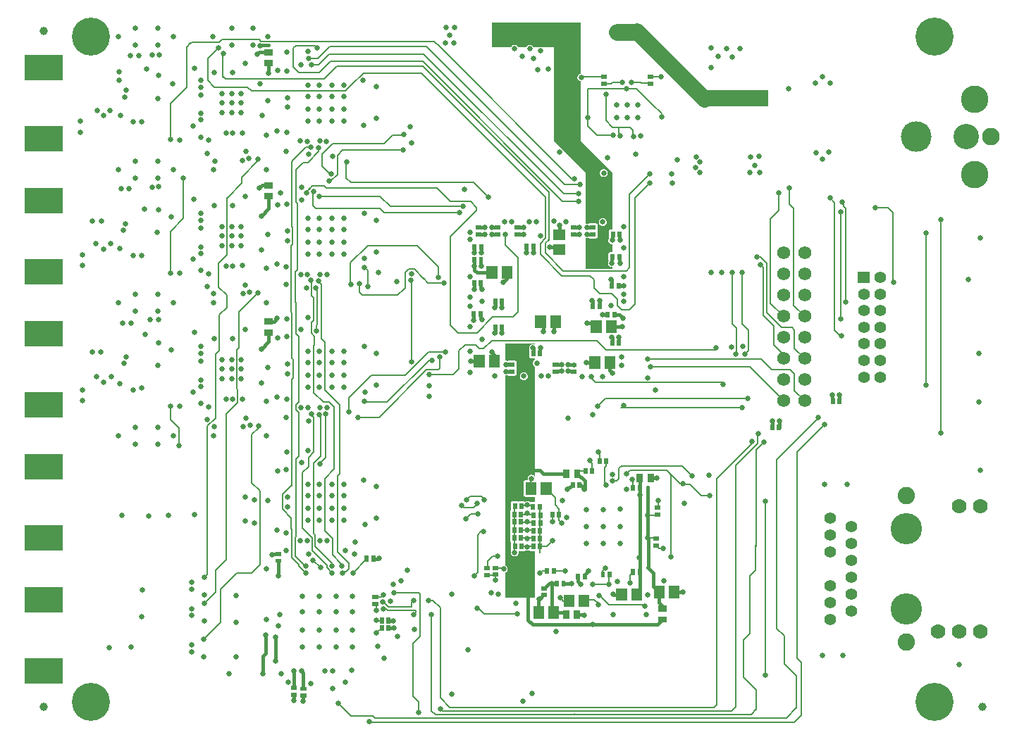
<source format=gbr>
G04 start of page 3 for group 1 idx 3 *
G04 Title: GNSS Firehose, solder *
G04 Creator: pcb 20140316 *
G04 CreationDate: Thu 09 Apr 2015 09:35:00 PM GMT UTC *
G04 For: pmonta *
G04 Format: Gerber/RS-274X *
G04 PCB-Dimensions (mil): 4640.00 3900.00 *
G04 PCB-Coordinate-Origin: lower left *
%MOIN*%
%FSLAX25Y25*%
%LNBOTTOM*%
%ADD90C,0.1280*%
%ADD89C,0.0350*%
%ADD88C,0.0500*%
%ADD87C,0.1250*%
%ADD86C,0.1000*%
%ADD85C,0.1100*%
%ADD84C,0.0354*%
%ADD83C,0.0960*%
%ADD82C,0.0420*%
%ADD81C,0.0150*%
%ADD80C,0.0250*%
%ADD79R,0.0512X0.0512*%
%ADD78R,0.0295X0.0295*%
%ADD77R,0.0197X0.0197*%
%ADD76C,0.0394*%
%ADD75R,0.1200X0.1200*%
%ADD74C,0.1480*%
%ADD73C,0.0820*%
%ADD72C,0.0550*%
%ADD71C,0.0700*%
%ADD70C,0.1450*%
%ADD69C,0.1200*%
%ADD68C,0.0830*%
%ADD67C,0.1300*%
%ADD66C,0.0554*%
%ADD65C,0.1800*%
%ADD64C,0.0620*%
%ADD63C,0.0800*%
%ADD62C,0.0180*%
%ADD61C,0.0060*%
%ADD60C,0.0001*%
G54D60*G36*
X231190Y113043D02*X231122Y112932D01*
X231062Y112787D01*
X231025Y112634D01*
X231016Y112477D01*
X231025Y109566D01*
X231062Y109413D01*
X231122Y109268D01*
X231204Y109133D01*
X231246Y109084D01*
X231221Y109042D01*
X231109Y108773D01*
X231041Y108490D01*
X231018Y108200D01*
X231041Y107910D01*
X231109Y107627D01*
X231221Y107358D01*
X231373Y107109D01*
X231562Y106888D01*
X231783Y106699D01*
X232032Y106547D01*
X232301Y106435D01*
X232584Y106367D01*
X232874Y106344D01*
X233164Y106367D01*
X233447Y106435D01*
X233716Y106547D01*
X233965Y106699D01*
X234186Y106888D01*
X234375Y107109D01*
X234527Y107358D01*
X234639Y107627D01*
X234707Y107910D01*
X234724Y108200D01*
X234707Y108490D01*
X234639Y108773D01*
X234584Y108905D01*
X234709Y108829D01*
X234854Y108769D01*
X235007Y108732D01*
X235164Y108723D01*
X237289Y108732D01*
X237442Y108769D01*
X237587Y108829D01*
X237722Y108911D01*
X237841Y109014D01*
X237944Y109133D01*
X237981Y109195D01*
X238127Y109135D01*
X238410Y109067D01*
X238700Y109044D01*
X238990Y109067D01*
X239273Y109135D01*
X239542Y109247D01*
X239773Y109388D01*
X239822Y109268D01*
X239904Y109133D01*
X240007Y109014D01*
X240126Y108911D01*
X240261Y108829D01*
X240406Y108769D01*
X240559Y108732D01*
X240716Y108723D01*
X242500Y108731D01*
Y86700D01*
X228400D01*
Y98688D01*
X228542Y98747D01*
X228791Y98899D01*
X229012Y99088D01*
X229201Y99309D01*
X229353Y99558D01*
X229465Y99827D01*
X229533Y100110D01*
X229550Y100400D01*
X229533Y100690D01*
X229465Y100973D01*
X229353Y101242D01*
X229201Y101491D01*
X229012Y101712D01*
X228791Y101901D01*
X228542Y102053D01*
X228400Y102112D01*
Y162900D01*
X242500D01*
Y144130D01*
X242401Y144291D01*
X242212Y144512D01*
X241991Y144701D01*
X241742Y144853D01*
X241473Y144965D01*
X241190Y145033D01*
X240900Y145056D01*
X240610Y145033D01*
X240327Y144965D01*
X240058Y144853D01*
X239809Y144701D01*
X239588Y144512D01*
X239399Y144291D01*
X239247Y144042D01*
X239135Y143773D01*
X239067Y143490D01*
X239044Y143200D01*
X239067Y142910D01*
X239135Y142627D01*
X239210Y142445D01*
X237941Y142443D01*
X237788Y142406D01*
X237643Y142346D01*
X237508Y142264D01*
X237389Y142161D01*
X237286Y142042D01*
X237204Y141907D01*
X237144Y141762D01*
X237107Y141609D01*
X237098Y141452D01*
X237107Y135391D01*
X237144Y135238D01*
X237204Y135093D01*
X237286Y134958D01*
X237389Y134839D01*
X237508Y134736D01*
X237643Y134654D01*
X237788Y134594D01*
X237941Y134557D01*
X238098Y134548D01*
X242500Y134556D01*
Y132277D01*
X240459Y132268D01*
X240306Y132231D01*
X240161Y132171D01*
X240151Y132165D01*
X239991Y132301D01*
X239742Y132453D01*
X239473Y132565D01*
X239190Y132633D01*
X238900Y132656D01*
X238610Y132633D01*
X238327Y132565D01*
X238058Y132453D01*
X237809Y132301D01*
X237771Y132269D01*
X237748Y132289D01*
X237613Y132371D01*
X237468Y132431D01*
X237315Y132468D01*
X237158Y132477D01*
X235033Y132468D01*
X234880Y132431D01*
X234735Y132371D01*
X234600Y132289D01*
X234600Y132288D01*
X234600Y132289D01*
X234465Y132371D01*
X234320Y132431D01*
X234167Y132468D01*
X234010Y132477D01*
X231885Y132468D01*
X231732Y132431D01*
X231587Y132371D01*
X231452Y132289D01*
X231333Y132186D01*
X231230Y132067D01*
X231148Y131932D01*
X231088Y131787D01*
X231051Y131634D01*
X231042Y131477D01*
X231051Y128566D01*
X231088Y128413D01*
X231106Y128371D01*
X231007Y128286D01*
X230904Y128167D01*
X230822Y128032D01*
X230762Y127887D01*
X230725Y127734D01*
X230716Y127577D01*
X230725Y124666D01*
X230762Y124513D01*
X230767Y124500D01*
X230762Y124487D01*
X230725Y124334D01*
X230716Y124177D01*
X230725Y121266D01*
X230762Y121113D01*
X230822Y120968D01*
X230904Y120833D01*
X230933Y120800D01*
X230904Y120767D01*
X230822Y120632D01*
X230762Y120487D01*
X230725Y120334D01*
X230716Y120177D01*
X230725Y117266D01*
X230762Y117113D01*
X230822Y116968D01*
X230866Y116896D01*
X230862Y116887D01*
X230825Y116734D01*
X230816Y116577D01*
X230825Y113666D01*
X230862Y113513D01*
X230922Y113368D01*
X231004Y113233D01*
X231107Y113114D01*
X231190Y113043D01*
G37*
G36*
X237197Y207200D02*X242500D01*
Y206718D01*
X242442Y206753D01*
X242173Y206865D01*
X241890Y206933D01*
X241600Y206956D01*
X241310Y206933D01*
X241027Y206865D01*
X240758Y206753D01*
X240509Y206601D01*
X240288Y206412D01*
X240099Y206191D01*
X239947Y205942D01*
X239835Y205673D01*
X239767Y205390D01*
X239744Y205100D01*
X239767Y204810D01*
X239835Y204527D01*
X239934Y204288D01*
X239900Y204232D01*
X239840Y204087D01*
X239803Y203934D01*
X239794Y203777D01*
X239803Y200866D01*
X239840Y200713D01*
X239900Y200568D01*
X239982Y200433D01*
X240085Y200314D01*
X240204Y200211D01*
X240339Y200129D01*
X240484Y200069D01*
X240637Y200032D01*
X240794Y200023D01*
X242500Y200030D01*
Y199571D01*
X242458Y199553D01*
X242209Y199401D01*
X241988Y199212D01*
X241799Y198991D01*
X241647Y198742D01*
X241535Y198473D01*
X241467Y198190D01*
X241444Y197900D01*
X241467Y197610D01*
X241535Y197327D01*
X241647Y197058D01*
X241799Y196809D01*
X241988Y196588D01*
X242209Y196399D01*
X242458Y196247D01*
X242500Y196229D01*
Y162400D01*
X237197D01*
Y189845D01*
X237200Y189844D01*
X237490Y189867D01*
X237773Y189935D01*
X238042Y190047D01*
X238291Y190199D01*
X238512Y190388D01*
X238701Y190609D01*
X238853Y190858D01*
X238965Y191127D01*
X239033Y191410D01*
X239050Y191700D01*
X239033Y191990D01*
X238965Y192273D01*
X238853Y192542D01*
X238701Y192791D01*
X238512Y193012D01*
X238291Y193201D01*
X238042Y193353D01*
X237773Y193465D01*
X237490Y193533D01*
X237200Y193556D01*
X237197Y193555D01*
Y207200D01*
G37*
G36*
X229478Y192178D02*X229533Y192130D01*
X229668Y192048D01*
X229813Y191988D01*
X229966Y191951D01*
X230123Y191942D01*
X233034Y191951D01*
X233187Y191988D01*
X233332Y192048D01*
X233467Y192130D01*
X233586Y192233D01*
X233689Y192352D01*
X233771Y192487D01*
X233831Y192632D01*
X233868Y192785D01*
X233877Y192942D01*
X233868Y195067D01*
X233831Y195220D01*
X233771Y195365D01*
X233689Y195500D01*
X233688Y195500D01*
X233689Y195500D01*
X233771Y195635D01*
X233831Y195780D01*
X233868Y195933D01*
X233877Y196090D01*
X233868Y198215D01*
X233831Y198368D01*
X233771Y198513D01*
X233689Y198648D01*
X233586Y198767D01*
X233467Y198870D01*
X233332Y198952D01*
X233187Y199012D01*
X233034Y199049D01*
X232877Y199058D01*
X229966Y199049D01*
X229813Y199012D01*
X229668Y198952D01*
X229562Y198887D01*
X229373Y198965D01*
X229090Y199033D01*
X228800Y199056D01*
X228510Y199033D01*
X228400Y199007D01*
Y207200D01*
X237197D01*
Y193555D01*
X236910Y193533D01*
X236627Y193465D01*
X236358Y193353D01*
X236109Y193201D01*
X235888Y193012D01*
X235699Y192791D01*
X235547Y192542D01*
X235435Y192273D01*
X235367Y191990D01*
X235344Y191700D01*
X235367Y191410D01*
X235435Y191127D01*
X235547Y190858D01*
X235699Y190609D01*
X235888Y190388D01*
X236109Y190199D01*
X236358Y190047D01*
X236627Y189935D01*
X236910Y189867D01*
X237197Y189845D01*
Y162400D01*
X228400D01*
Y192093D01*
X228510Y192067D01*
X228800Y192044D01*
X229090Y192067D01*
X229373Y192135D01*
X229478Y192178D01*
G37*
G36*
X274997Y292003D02*X279000Y288000D01*
Y261271D01*
X278285Y261268D01*
X278132Y261231D01*
X277987Y261171D01*
X277852Y261089D01*
X277733Y260986D01*
X277630Y260867D01*
X277548Y260732D01*
X277488Y260587D01*
X277451Y260434D01*
X277442Y260277D01*
X277451Y257366D01*
X277488Y257213D01*
X277526Y257122D01*
X277499Y257091D01*
X277347Y256842D01*
X277235Y256573D01*
X277167Y256290D01*
X277144Y256000D01*
X277167Y255710D01*
X277235Y255427D01*
X277347Y255158D01*
X277499Y254909D01*
X277688Y254688D01*
X277909Y254499D01*
X278158Y254347D01*
X278427Y254235D01*
X278710Y254167D01*
X279000Y254144D01*
Y250572D01*
X278111Y250568D01*
X277958Y250531D01*
X277813Y250471D01*
X277678Y250389D01*
X277559Y250286D01*
X277456Y250167D01*
X277374Y250032D01*
X277314Y249887D01*
X277277Y249734D01*
X277268Y249577D01*
X277277Y246666D01*
X277314Y246513D01*
X277374Y246368D01*
X277379Y246359D01*
X277247Y246142D01*
X277135Y245873D01*
X277067Y245590D01*
X277044Y245300D01*
X277067Y245010D01*
X277135Y244727D01*
X277247Y244458D01*
X277399Y244209D01*
X277588Y243988D01*
X277809Y243799D01*
X278058Y243647D01*
X278327Y243535D01*
X278610Y243467D01*
X278900Y243444D01*
X279000Y243452D01*
Y242500D01*
X274997D01*
Y262893D01*
X275173Y262935D01*
X275442Y263047D01*
X275691Y263199D01*
X275912Y263388D01*
X276101Y263609D01*
X276253Y263858D01*
X276365Y264127D01*
X276433Y264410D01*
X276450Y264700D01*
X276433Y264990D01*
X276365Y265273D01*
X276253Y265542D01*
X276101Y265791D01*
X275912Y266012D01*
X275691Y266201D01*
X275442Y266353D01*
X275173Y266465D01*
X274997Y266507D01*
Y286045D01*
X275000Y286044D01*
X275290Y286067D01*
X275573Y286135D01*
X275842Y286247D01*
X276091Y286399D01*
X276312Y286588D01*
X276501Y286809D01*
X276653Y287058D01*
X276765Y287327D01*
X276833Y287610D01*
X276850Y287900D01*
X276833Y288190D01*
X276765Y288473D01*
X276653Y288742D01*
X276501Y288991D01*
X276312Y289212D01*
X276091Y289401D01*
X275842Y289553D01*
X275573Y289665D01*
X275290Y289733D01*
X275000Y289756D01*
X274997Y289755D01*
Y292003D01*
G37*
G36*
X267745Y257206D02*X267833Y257130D01*
X267968Y257048D01*
X268113Y256988D01*
X268266Y256951D01*
X268423Y256942D01*
X271334Y256951D01*
X271487Y256988D01*
X271632Y257048D01*
X271767Y257130D01*
X271886Y257233D01*
X271989Y257352D01*
X272071Y257487D01*
X272131Y257632D01*
X272168Y257785D01*
X272177Y257942D01*
X272168Y260067D01*
X272131Y260220D01*
X272071Y260365D01*
X271989Y260500D01*
X271988Y260500D01*
X271989Y260500D01*
X272071Y260635D01*
X272131Y260780D01*
X272168Y260933D01*
X272177Y261090D01*
X272168Y263215D01*
X272131Y263368D01*
X272071Y263513D01*
X271989Y263648D01*
X271886Y263767D01*
X271767Y263870D01*
X271632Y263952D01*
X271487Y264012D01*
X271334Y264049D01*
X271177Y264058D01*
X268266Y264049D01*
X268113Y264012D01*
X267968Y263952D01*
X267833Y263870D01*
X267745Y263794D01*
X267573Y263865D01*
X267290Y263933D01*
X267000Y263956D01*
X266710Y263933D01*
X266500Y263883D01*
Y288000D01*
X255455Y299045D01*
X255312Y299212D01*
X255145Y299355D01*
X251500Y303000D01*
Y359000D01*
X264000D01*
Y335007D01*
X263827Y334965D01*
X263558Y334853D01*
X263309Y334701D01*
X263088Y334512D01*
X262899Y334291D01*
X262747Y334042D01*
X262635Y333773D01*
X262567Y333490D01*
X262544Y333200D01*
X262567Y332910D01*
X262635Y332627D01*
X262747Y332358D01*
X262899Y332109D01*
X263088Y331888D01*
X263309Y331699D01*
X263558Y331547D01*
X263827Y331435D01*
X264000Y331393D01*
Y303000D01*
X274997Y292003D01*
Y289755D01*
X274710Y289733D01*
X274427Y289665D01*
X274158Y289553D01*
X273909Y289401D01*
X273688Y289212D01*
X273499Y288991D01*
X273347Y288742D01*
X273235Y288473D01*
X273167Y288190D01*
X273144Y287900D01*
X273167Y287610D01*
X273235Y287327D01*
X273347Y287058D01*
X273499Y286809D01*
X273688Y286588D01*
X273909Y286399D01*
X274158Y286247D01*
X274427Y286135D01*
X274710Y286067D01*
X274997Y286045D01*
Y266507D01*
X274890Y266533D01*
X274600Y266556D01*
X274310Y266533D01*
X274027Y266465D01*
X273758Y266353D01*
X273509Y266201D01*
X273288Y266012D01*
X273099Y265791D01*
X272947Y265542D01*
X272835Y265273D01*
X272767Y264990D01*
X272744Y264700D01*
X272767Y264410D01*
X272835Y264127D01*
X272947Y263858D01*
X273099Y263609D01*
X273288Y263388D01*
X273509Y263199D01*
X273758Y263047D01*
X274027Y262935D01*
X274310Y262867D01*
X274600Y262844D01*
X274890Y262867D01*
X274997Y262893D01*
Y242500D01*
X266500D01*
Y257117D01*
X266710Y257067D01*
X267000Y257044D01*
X267290Y257067D01*
X267573Y257135D01*
X267745Y257206D01*
G37*
G36*
X222100Y359300D02*X263200D01*
Y347600D01*
X245427D01*
X245290Y347633D01*
X245000Y347656D01*
X244710Y347633D01*
X244573Y347600D01*
X241771D01*
X241753Y347642D01*
X241601Y347891D01*
X241412Y348112D01*
X241191Y348301D01*
X240942Y348453D01*
X240673Y348565D01*
X240390Y348633D01*
X240100Y348656D01*
X239810Y348633D01*
X239527Y348565D01*
X239258Y348453D01*
X239009Y348301D01*
X238788Y348112D01*
X238599Y347891D01*
X238447Y347642D01*
X238429Y347600D01*
X234418D01*
X234301Y347791D01*
X234112Y348012D01*
X233891Y348201D01*
X233642Y348353D01*
X233373Y348465D01*
X233090Y348533D01*
X232800Y348556D01*
X232510Y348533D01*
X232227Y348465D01*
X231958Y348353D01*
X231709Y348201D01*
X231488Y348012D01*
X231299Y347791D01*
X231182Y347600D01*
X222100D01*
Y359300D01*
G37*
G36*
X320900Y327300D02*X352800D01*
Y319500D01*
X320900D01*
Y327300D01*
G37*
G54D61*X306700Y106100D02*Y145200D01*
X300700Y129800D02*X300100Y129200D01*
X300700Y132900D02*Y129800D01*
G54D62*X297259Y143500D02*X297159Y143600D01*
X300200Y143500D02*X297259D01*
X292100Y98900D02*Y138774D01*
X295800Y115200D02*Y139000D01*
G54D61*X303000Y110200D02*X301000D01*
X300100Y125800D02*X300700Y126400D01*
X295900Y125800D02*X300100D01*
X306700Y145200D02*X306600Y145300D01*
X311100Y140800D02*X304900Y147000D01*
X312300Y140800D02*X311100D01*
X312500Y140600D02*X312300Y140800D01*
X315800Y140600D02*X312500D01*
X312100Y149200D02*X316900Y144400D01*
X307900Y149200D02*X312100D01*
X321100Y135300D02*X315800Y140600D01*
X325000Y135300D02*X321100D01*
X288826Y143026D02*X288900Y143100D01*
X288826Y138900D02*Y143026D01*
X287300Y147000D02*X286000Y145700D01*
X304900Y147000D02*X287300D01*
X283300Y149200D02*X309000D01*
X282200Y148100D02*X283300Y149200D01*
X282200Y143200D02*Y148100D01*
X281100Y142100D02*X282200Y143200D01*
X279000Y142100D02*X281100D01*
G54D62*X292041Y138841D02*X292037Y138837D01*
X292100Y138774D02*X291974Y138900D01*
X292041Y143600D02*Y138841D01*
G54D61*X327400Y204200D02*X328200Y205000D01*
X297200Y196000D02*X344000D01*
X295700Y199700D02*X349400D01*
X276200Y204200D02*X327400D01*
X271800Y208600D02*X276200Y204200D01*
X271200Y208600D02*X271800D01*
G54D62*X282100Y210300D02*Y207200D01*
X279052Y210048D02*X278900Y210200D01*
X279052Y207400D02*Y210048D01*
X277943Y194357D02*X279100Y193200D01*
G54D61*X272100Y177500D02*X275800Y181200D01*
X269000Y190900D02*Y191400D01*
X271200Y188700D02*X269000Y190900D01*
G54D62*X277943Y198200D02*Y194357D01*
X270857Y198200D02*X266800D01*
X278569Y215200D02*X283600D01*
X260600Y194000D02*X260774Y193826D01*
X260748Y197300D02*X260774Y197326D01*
X260548Y197200D02*X260774Y196974D01*
G54D61*X283200Y176900D02*X324700D01*
X275800Y181200D02*X324500D01*
X330700Y188700D02*X271200D01*
X331600Y187800D02*X330700Y188700D01*
X356800Y72300D02*Y152200D01*
X347000Y111100D02*Y149900D01*
X346900Y111600D02*X347000Y111700D01*
X346900Y99900D02*Y111600D01*
X344000Y97000D02*X346900Y99900D01*
X337300Y35100D02*Y149600D01*
X366500Y58300D02*Y155800D01*
X328600Y36300D02*Y143300D01*
X351500Y132500D02*Y50000D01*
X368550Y56250D02*X366500Y58300D01*
X360400Y68700D02*X356800Y72300D01*
X360400Y55600D02*Y68700D01*
X366100Y49900D02*X360400Y55600D01*
X368550Y31450D02*Y56250D01*
X366100Y34600D02*Y49900D01*
X361300Y29800D02*X366200Y34700D01*
X365000Y27900D02*X368700Y31600D01*
X260100Y27900D02*X365000D01*
X259900Y29800D02*X361300D01*
X260200Y31500D02*X344700D01*
X261100Y29800D02*X261200Y29700D01*
X260900Y31500D02*X261300Y31900D01*
X347150Y43150D02*X341100Y49200D01*
X347150Y33950D02*Y43150D01*
X344700Y31500D02*X347200Y34000D01*
X335500Y33300D02*X337300Y35100D01*
X327200Y34900D02*X328600Y36300D01*
X260300Y33300D02*X335500D01*
X260100Y34900D02*X327200D01*
G54D62*X386500Y179761D02*X386482Y179743D01*
X386500Y182800D02*Y179761D01*
X383000Y180078D02*X383334Y179743D01*
X383000Y182900D02*Y180078D01*
G54D61*X365100Y184900D02*X370000Y180000D01*
G54D62*X358000Y167536D02*X357861Y167397D01*
X358000Y170400D02*Y167536D01*
G54D61*X366500Y155800D02*X370100Y159400D01*
X368700Y158000D02*X379500Y168800D01*
X366200Y161600D02*X376700Y172100D01*
X356800Y152200D02*X366800Y162200D01*
X347000Y156700D02*X348100Y157800D01*
X347000Y149500D02*Y156700D01*
X347900Y160200D02*Y164500D01*
X347200Y156900D02*X350400Y160100D01*
G54D62*X354800Y167484D02*X354713Y167397D01*
X354800Y170500D02*Y167484D01*
G54D61*X347900Y164500D02*X348000Y164600D01*
X337300Y149600D02*X348000Y160300D01*
X328600Y143300D02*X345600Y160300D01*
X320000Y176900D02*X340400D01*
X321900Y181200D02*X343200D01*
X337700Y202400D02*X337600Y202300D01*
X344000Y196000D02*X360000Y180000D01*
X349400Y199700D02*X354300Y194800D01*
X365100Y192900D02*Y184900D01*
X363200Y194800D02*X365100Y192900D01*
X354300Y194800D02*X363200D01*
X343400Y203800D02*X341800Y202200D01*
X343400Y213500D02*Y203800D01*
X340400Y216500D02*X343400Y213500D01*
X337700Y214500D02*Y202400D01*
X335800Y216400D02*X337700Y214500D01*
X335800Y240900D02*Y216400D01*
X340400Y240900D02*Y216500D01*
X350300Y243200D02*X349000Y244500D01*
X350300Y220500D02*Y243200D01*
X352000Y221800D02*Y245300D01*
X351600Y245700D01*
X351900Y245400D02*X349100Y248200D01*
X347400D02*X347300Y248300D01*
X349100Y248200D02*X347400D01*
X360000Y201800D02*X355300Y206500D01*
X360000Y200000D02*Y201800D01*
X365100Y204900D02*X370000Y200000D01*
X355300Y215500D02*X350300Y220500D01*
X355300Y206500D02*Y215500D01*
X359050Y214750D02*X352000Y221800D01*
X353900Y226100D02*X360000Y220000D01*
X353900Y266300D02*Y226100D01*
X357900Y270300D02*X353900Y266300D01*
X362950Y214700D02*X362900Y214750D01*
X364000Y214700D02*X362950D01*
X365100Y213600D02*X364000Y214700D01*
X365100Y210700D02*Y213600D01*
X363250Y214750D02*X359050D01*
X365100Y212900D02*Y204900D01*
X364800Y225200D02*X370000Y220000D01*
X364800Y271300D02*Y225200D01*
X384200Y213400D02*Y273900D01*
X386700Y210900D02*X384200Y213400D01*
X387400Y210900D02*X386700D01*
X387000Y218700D02*Y270000D01*
X362800Y273300D02*X364800Y271300D01*
X362800Y280900D02*Y273300D01*
X357900Y278500D02*Y270300D01*
X384200Y273900D02*X382100Y276000D01*
X388400Y273400D02*X387700Y274100D01*
X388400Y272200D02*Y273400D01*
X389600Y271000D02*X388400Y272200D01*
X403500Y271600D02*X409300D01*
X411800Y269100D01*
X389600Y264800D02*Y271000D01*
X389400Y264600D02*X389600Y264800D01*
X411800Y269100D02*Y236300D01*
X412100Y236000D01*
X389400Y226800D02*Y264600D01*
X427500Y259400D02*Y187700D01*
X427400Y187600D01*
X434300Y265700D02*Y165100D01*
X434600Y164800D01*
X289800Y225700D02*Y276100D01*
X287200Y243000D02*Y277800D01*
G54D62*X282000Y234500D02*X284600D01*
X282400Y245600D02*X282700Y245300D01*
X282400Y248200D02*Y245600D01*
X282574Y256126D02*X282700Y256000D01*
G54D61*X287200Y243000D02*X285700Y241500D01*
G54D62*X282574Y258900D02*Y256126D01*
G54D61*X287200Y223100D02*X283400D01*
X289800Y225700D02*X287200Y223100D01*
G54D62*X283600Y215200D02*X283800Y215000D01*
X282300Y220800D02*X284000Y219100D01*
X280000Y220800D02*X282300D01*
G54D61*X283400Y223100D02*X281400Y225100D01*
G54D62*X274400Y220800D02*X276852D01*
X274300Y220900D02*X274400Y220800D01*
G54D61*X270300Y237400D02*X268400Y239300D01*
X270300Y233400D02*Y237400D01*
G54D62*X269852Y227248D02*X269500Y227600D01*
X269852Y224700D02*Y227248D01*
X267300Y216700D02*X267100Y216900D01*
X271383Y216700D02*X267300D01*
G54D61*X273000Y230700D02*X270300Y233400D01*
G54D62*X273000Y227500D02*X273100Y227600D01*
X273000Y224700D02*Y227500D01*
G54D61*X278900Y230700D02*X273000D01*
X281400Y228200D02*X278900Y230700D01*
X281400Y225100D02*Y228200D01*
G54D62*X278900Y247848D02*X279252Y248200D01*
X278900Y245300D02*Y247848D01*
X278852Y237148D02*X278600Y237400D01*
X278852Y234500D02*Y237148D01*
X269774Y262100D02*X269800Y262074D01*
X267000Y262100D02*X269774D01*
X260726D02*X260700Y262074D01*
X263400Y262100D02*X260726D01*
X269774Y265600D02*X269800Y265574D01*
X279000Y258474D02*X279426Y258900D01*
X279000Y256000D02*Y258474D01*
X269774Y258900D02*X269800Y258926D01*
X267000Y258900D02*X269774D01*
X263374Y258926D02*X263400Y258900D01*
X260700Y258926D02*X263374D01*
G54D61*X222000Y208600D02*X271700D01*
X218200Y204800D02*X222000Y208600D01*
G54D62*X241778Y204922D02*X241600Y205100D01*
X244926Y205026D02*X245000Y205100D01*
G54D61*X268400Y239300D02*X255200D01*
G54D62*X229260Y237860D02*X227600Y236200D01*
X251300Y212700D02*Y216431D01*
X252269Y217400D01*
X246300Y216283D02*X245183Y217400D01*
X246300Y212700D02*Y216283D01*
X241778Y202400D02*Y204922D01*
X244926Y202400D02*Y205026D01*
X231474Y193900D02*X231500Y193926D01*
X228800Y193900D02*X231474D01*
X228926Y197426D02*X228800Y197300D01*
X231500Y197426D02*X228926D01*
G54D61*X232100Y219700D02*X222600D01*
X234400Y222000D02*X232100Y219700D01*
G54D62*X223260Y198800D02*Y201940D01*
X228926Y197074D02*X228800Y197200D01*
X231500Y197074D02*X228926D01*
X258000Y194000D02*X260600D01*
X255100D02*X252348D01*
X252300Y193952D01*
X252452Y197300D02*X252300Y197452D01*
X255100Y197300D02*X252452D01*
X252400Y197200D02*X252300Y197100D01*
X255100Y197200D02*X252400D01*
X258000Y197300D02*X260748D01*
X258000Y197200D02*X260548D01*
X226800Y214800D02*Y212000D01*
X223652Y212052D02*X223600Y212000D01*
X223652Y214800D02*Y212052D01*
X226800Y227000D02*Y224200D01*
X223652Y224352D02*X223500Y224200D01*
X223652Y227000D02*Y224352D01*
X223260Y201940D02*X222100Y203100D01*
G54D61*X157800Y283500D02*X156100D01*
X197350Y347750D02*X194800Y350300D01*
X149400Y338400D02*X189400D01*
X156800Y330700D02*X152900Y326800D01*
X161300Y335200D02*X155900Y329800D01*
X167100Y335200D02*X161300D01*
X188900D02*X163800D01*
X189300Y340900D02*X146500D01*
X189800Y344200D02*X147300D01*
X191100Y347900D02*X148100D01*
X192000Y350300D02*X145600D01*
X247500Y276600D02*X188900Y335200D01*
X189400Y338400D02*X249100Y278700D01*
X255600Y274600D02*X189300Y340900D01*
X189800Y344200D02*X256000Y278000D01*
X256400Y282600D02*X191100Y347900D01*
X196100Y280800D02*X197800Y279100D01*
X213300Y283500D02*X220400Y276400D01*
X202500Y274400D02*X197100Y279800D01*
X212100Y274400D02*X202500D01*
X214900Y271600D02*X212100Y274400D01*
X156900Y283500D02*X213300D01*
X208600Y272000D02*X174000D01*
X206800Y269100D02*X171200D01*
X171000Y280800D02*X196100D01*
X214900Y270100D02*Y271600D01*
X267600Y314400D02*X267500Y314300D01*
X282200Y306000D02*X282700Y305500D01*
X282200Y309500D02*Y306000D01*
X279400Y305900D02*X279500Y305800D01*
X288900Y305500D02*X289100Y305300D01*
X288900Y308000D02*Y305500D01*
X287400Y309500D02*X288900Y308000D01*
X247500Y257000D02*Y276600D01*
X249100Y256400D02*Y278700D01*
G54D62*X234326Y262100D02*X234300Y262074D01*
X237200Y262100D02*X234326D01*
X237174Y258926D02*X237200Y258900D01*
X234300Y258926D02*X237174D01*
X254100Y258769D02*X254000Y258669D01*
X254100Y263200D02*Y258769D01*
X252683Y252900D02*X254000Y251583D01*
G54D61*X245000Y254500D02*X247500Y257000D01*
X248800Y256100D02*X249100Y256400D01*
X247400Y254700D02*X249000Y256300D01*
X247400Y250000D02*Y254700D01*
G54D62*X249500Y252900D02*X252683D01*
G54D61*X245000Y249500D02*Y254500D01*
G54D62*X241674Y250126D02*X241700Y250100D01*
X241674Y253000D02*Y250126D01*
X238526Y250274D02*X238600Y250200D01*
X238526Y253000D02*Y250274D01*
X224774Y262100D02*X224800Y262074D01*
G54D61*X228500Y253700D02*X234400Y247800D01*
X228500Y258700D02*Y253700D01*
G54D62*X224726Y258900D02*X224800Y258826D01*
X229260Y240800D02*Y237860D01*
X222100Y262100D02*X224774D01*
X215926D02*X215900Y262074D01*
X218700Y262100D02*X215926D01*
X222100Y258900D02*X224726D01*
X216026Y258800D02*X215900Y258926D01*
X218700Y258800D02*X216026D01*
G54D61*X202600Y257800D02*X214900Y270100D01*
X255200Y239300D02*X245000Y249500D01*
X255900Y241500D02*X247400Y250000D01*
X285700Y241500D02*X255900D01*
G54D62*X217074Y250074D02*X217000Y250000D01*
X217074Y252900D02*Y250074D01*
X213926Y250026D02*X213900Y250000D01*
X213926Y252900D02*Y250026D01*
X216957Y246800D02*Y243943D01*
X213809Y246800D02*Y243991D01*
G54D61*X202600Y215700D02*Y257800D01*
X234400Y247800D02*Y222000D01*
G54D62*X216917Y233283D02*X217300Y232900D01*
X216917Y235900D02*Y233283D01*
X216757Y218943D02*X217300Y218400D01*
X216757Y221100D02*Y218943D01*
G54D61*X264552Y333348D02*X264550Y333350D01*
X271052Y333348D02*X264552D01*
X267700Y327900D02*X267600Y327800D01*
X281800Y327900D02*X267700D01*
X271700Y305900D02*X267600Y310000D01*
X279400Y305900D02*X271700D01*
X267600Y319800D02*Y314400D01*
Y314300D02*Y310000D01*
Y327800D02*Y317600D01*
X302400Y316100D02*Y314600D01*
X297550Y320950D02*X302400Y316100D01*
X264448Y333248D02*X264400Y333200D01*
X290600Y327900D02*X298900Y319600D01*
G54D63*X291000Y354600D02*X305100Y340500D01*
X282000Y354600D02*X291000D01*
X290600D02*X281500D01*
G54D61*X297326Y333600D02*X297200Y333474D01*
X302000Y333600D02*X297326D01*
G54D63*X322700Y322800D02*X290900Y354800D01*
G54D61*X281900Y309500D02*X287400D01*
X279200D02*X282700D01*
X276000Y312700D02*X279200Y309500D01*
X276000Y325100D02*Y312700D01*
X286000Y327900D02*X290600D01*
X275400Y330200D02*X278500D01*
X275100Y333348D02*X269948D01*
X285900Y327900D02*X281100D01*
X292700Y330400D02*X296800D01*
X292300Y330800D02*X292700Y330400D01*
X288100Y330800D02*X292300D01*
X279100D02*X283700D01*
X278500Y330200D02*X279100Y330800D01*
X194800Y350300D02*X190300D01*
X259800Y285300D02*X196700Y348400D01*
X289800Y276100D02*X296900Y283200D01*
X287200Y277800D02*X296900Y287500D01*
X261200Y285300D02*X259800D01*
X263000Y274600D02*X255600D01*
X263100Y278000D02*X256000D01*
X263800Y282600D02*X256400D01*
X271900Y284500D02*X270900Y285500D01*
X271900Y284400D02*Y284500D01*
X204150Y214150D02*X202600Y215700D01*
X206000Y212300D02*X203500Y214800D01*
X215200Y212300D02*X206000D01*
G54D62*X213600Y221091D02*X213609Y221100D01*
X213600Y218300D02*Y221091D01*
X213769Y232969D02*X213700Y232900D01*
X213769Y235900D02*Y232969D01*
G54D61*X222600Y219700D02*X215200Y212300D01*
G54D62*X213900Y241900D02*Y243900D01*
X215000Y240800D02*X213900Y241900D01*
X222174Y240800D02*X215000D01*
G54D61*X196900Y238500D02*Y243500D01*
X216200Y204800D02*X218200D01*
X214500Y206500D02*X216200Y204800D01*
G54D62*X216174Y198800D02*X212100D01*
G54D61*X209400Y206500D02*X214500D01*
X206600Y203700D02*X209400Y206500D01*
X200000Y203000D02*X192100D01*
X172600Y179600D02*X192300Y199300D01*
X192100Y203000D02*X181200Y192100D01*
X191200Y194700D02*X196700D01*
X168800Y172300D02*X191200Y194700D01*
X192600Y192000D02*Y192400D01*
X169200Y179600D02*X172600D01*
X165000Y192100D02*X154400Y181500D01*
X181200Y192100D02*X165000D01*
X161900Y179600D02*X161800Y179700D01*
X170300Y179600D02*X161900D01*
X158700Y172300D02*X168800D01*
X181000Y233600D02*X180000Y232600D01*
X181000Y240700D02*Y233600D01*
X182800Y242500D02*X181000Y240700D01*
X159300Y235300D02*X159400Y235400D01*
X159300Y231600D02*Y235300D01*
X163500Y234000D02*Y241700D01*
X160900Y230000D02*X159300Y231600D01*
X177400Y230000D02*X160900D01*
X180300Y232900D02*X177400Y230000D01*
X155200Y235400D02*X155300Y235300D01*
X155200Y245400D02*Y235400D01*
X163300Y253500D02*X155200Y245400D01*
X186900Y253500D02*X163300D01*
X196900Y243500D02*X186900Y253500D01*
X163500Y241700D02*X161900Y243300D01*
X184100Y236700D02*X183800Y237000D01*
G54D62*X216957Y243943D02*X217000Y243900D01*
X213809Y243991D02*X213900Y243900D01*
G54D61*X185300Y242500D02*X182800D01*
X189850Y237950D02*X185300Y242500D01*
X191900Y235900D02*X189700Y238100D01*
X199400Y235900D02*X191900D01*
X206600Y195300D02*Y203700D01*
X203700Y192400D02*X206600Y195300D01*
X192300Y199300D02*X193800D01*
X192600Y192400D02*X203700D01*
X193800Y199300D02*X193900Y199200D01*
X197500Y200600D02*X197400Y200700D01*
X197500Y195500D02*Y200600D01*
X196700Y194700D02*X197500Y195500D01*
X184100Y198500D02*Y236700D01*
X273000Y155400D02*X272600Y155800D01*
X273000Y151500D02*Y155400D01*
X269500Y150600D02*X268800Y151300D01*
X269500Y146900D02*Y150600D01*
X263400Y146900D02*X262000Y145500D01*
X266352Y146900D02*X263400D01*
X276000Y151352D02*X276148Y151500D01*
X276000Y149200D02*Y151352D01*
X275300Y148500D02*X276000Y149200D01*
X275300Y141600D02*Y148500D01*
X276200Y140700D02*X275300Y141600D01*
X276200Y140200D02*Y140700D01*
G54D62*X264100Y140200D02*X266000Y138300D01*
X263474Y140200D02*X264100D01*
X266000Y142000D02*Y138300D01*
X262500Y145500D02*X266000Y142000D01*
X262459Y145500D02*X262500D01*
X240900Y147300D02*X240800Y147400D01*
X244700Y147300D02*X240900D01*
X246500Y145500D02*X244700Y147300D01*
X257341Y145500D02*X246500D01*
X238300D02*X238100Y145300D01*
G54D61*X240400Y138757D02*X240657Y138500D01*
G54D62*X235000D02*X234900Y138400D01*
X260000Y140200D02*X257800Y138000D01*
X260326Y140200D02*X260000D01*
G54D61*X240400Y143200D02*Y138757D01*
X252000Y134143D02*X247743Y138400D01*
X252000Y130700D02*Y134143D01*
X253874Y128826D02*X252000Y130700D01*
X253874Y126300D02*Y128826D01*
X250726Y126200D02*Y122874D01*
X253874Y126200D02*Y123526D01*
X248100Y111000D02*X250800Y113700D01*
X244674Y111000D02*X248100D01*
X244674Y130200D02*Y108300D01*
X250726Y122874D02*X250800Y122800D01*
X253874Y123526D02*X255200Y122200D01*
X241000Y130500D02*X241600Y129900D01*
X236574Y130500D02*X241000D01*
X241474Y118900D02*X241774Y118600D01*
X241674Y111000D02*X241974Y111300D01*
X238974Y118900D02*X241474D01*
X235948D02*X235848Y118800D01*
X238774Y118900D02*X235948D01*
X241274Y115200D02*X241774Y114700D01*
X238874Y115200D02*X241274D01*
X238974Y111000D02*X241674D01*
X236248D02*X236148Y111100D01*
X238874Y111000D02*X236248D01*
X238774Y115200D02*X235948D01*
X241474Y126300D02*X241874Y125900D01*
X239074Y126300D02*X241474D01*
Y122500D02*X241774Y122200D01*
X236148Y122500D02*X241474D01*
X236148D02*X235848Y122800D01*
X235948Y126300D02*X235848Y126200D01*
X232874Y108200D02*Y129948D01*
X238974Y126300D02*X235948D01*
X236574Y130500D02*X236174Y130100D01*
X232874Y129948D02*X233026Y130100D01*
X218400Y133200D02*Y133400D01*
X217100Y134700D01*
X211700D01*
X210100Y133100D01*
X215100Y131500D02*Y131100D01*
X213600Y129600D01*
X215500Y126400D02*X212000D01*
X209900Y124300D01*
X218100Y118000D02*X216900D01*
X215400Y116500D01*
X213600Y129600D02*X208700D01*
X207800Y130500D01*
X270600Y85900D02*X265600D01*
X272400Y84100D02*X270600Y85900D01*
X272400Y83600D02*Y84100D01*
G54D62*X241300Y74200D02*X300518D01*
X265600Y78700D02*X265700Y78600D01*
X262418Y78700D02*X265600D01*
X300518Y74200D02*X302800Y76482D01*
X239200Y76300D02*X241300Y74200D01*
G54D61*X233900Y79100D02*X234000Y79000D01*
X265500Y86000D02*X265300Y85800D01*
X277300Y83500D02*X273100Y87700D01*
X294500Y83500D02*X277300D01*
G54D62*X279500Y88300D02*X279400Y88400D01*
X283500Y88300D02*X279500D01*
X292100Y89814D02*X290586Y88300D01*
G54D61*X287300Y93900D02*X287400Y93800D01*
X269800Y93300D02*X277200D01*
X287300Y97500D02*Y93900D01*
X288800Y99000D02*X287300Y97500D01*
X288926Y99000D02*X288800D01*
G54D62*X292100Y99700D02*Y89814D01*
G54D61*X277300Y93200D02*Y97426D01*
X277200Y93300D02*X277300Y93200D01*
X274626Y99626D02*X275900Y100900D01*
X274626Y97900D02*Y99626D01*
X277300Y97426D02*X277774Y97900D01*
G54D62*X266048Y97848D02*X267800Y99600D01*
X301200Y88700D02*X301628Y89128D01*
X301200Y84400D02*Y88700D01*
X302800Y82800D02*X301200Y84400D01*
X302800Y81600D02*Y82800D01*
X308343Y89500D02*X312600D01*
X298600Y92157D02*X301257Y89500D01*
X298600Y98400D02*Y92157D01*
X295800Y101200D02*X298600Y98400D01*
X296000Y115000D02*Y101100D01*
G54D61*X301000Y110200D02*X299700Y111500D01*
Y115100D02*X300100Y114700D01*
X295600Y115100D02*X299700D01*
X258557Y85300D02*X255900D01*
G54D62*X256350Y79650D02*X257300Y78700D01*
X251350Y79650D02*X256350D01*
X250300Y80700D02*X251300Y79700D01*
X246326Y88126D02*X244500Y86300D01*
X246900Y88126D02*X246326D01*
X244214Y85614D02*X245300Y86700D01*
X244214Y79700D02*Y85614D01*
X239200Y88500D02*Y76300D01*
G54D61*X255900Y85300D02*X254300Y86900D01*
G54D62*X250300Y93400D02*Y80700D01*
G54D61*X255300Y85900D02*X254400Y86800D01*
G54D62*X266048Y96700D02*Y97848D01*
X262900Y94400D02*X264000Y93300D01*
X262900Y96700D02*Y94400D01*
X255974Y93600D02*X259800D01*
X250600D02*X250300Y93300D01*
X252826Y93600D02*X250600D01*
X249026Y93400D02*X246900Y91274D01*
X250300Y93400D02*X249026D01*
G54D61*X223800Y95200D02*X223700Y95100D01*
X223800Y97726D02*Y95200D01*
X223700Y97626D02*X223800Y97726D01*
X219900Y97626D02*X223700D01*
X245700Y99400D02*X244700Y98400D01*
X248226Y99400D02*X245700D01*
X251474Y99500D02*X251374Y99400D01*
X256700Y99500D02*X251474D01*
X215400Y98800D02*X213800Y97200D01*
X220000Y100874D02*X219900Y100774D01*
X227226Y100874D02*X227700Y100400D01*
X223800Y100874D02*X227226D01*
X220000Y104000D02*Y100874D01*
X222400Y106400D02*X220000Y104000D01*
X224800Y106400D02*X222400D01*
X215400Y116500D02*Y98800D01*
X344000Y69700D02*Y97000D01*
X341100Y66800D02*X344000Y69700D01*
X341100Y49200D02*Y66800D01*
X184800Y40000D02*Y48700D01*
X187300Y37500D02*X184800Y40000D01*
X187300Y32400D02*Y37500D01*
X193600Y33200D02*Y43300D01*
X198800Y33300D02*X197800Y34300D01*
X204000Y33300D02*X198800D01*
X195300Y31500D02*X193600Y33200D01*
X203500Y31500D02*X195300D01*
X197700Y39400D02*X202200Y34900D01*
X204700Y27900D02*X164200D01*
X203800Y29800D02*X166800D01*
X197700Y82000D02*Y39400D01*
X192100Y85600D02*X194100D01*
X193600Y78800D02*Y40900D01*
X184800Y65100D02*X188100Y68400D01*
X184800Y44500D02*Y65100D01*
X194100Y85600D02*X197700Y82000D01*
X186200Y79900D02*X185000Y78700D01*
X186200Y80900D02*Y79900D01*
X184200Y84800D02*X185000Y85600D01*
X184200Y82600D02*Y84800D01*
X188100Y68400D02*Y88500D01*
X215100Y81700D02*X215800D01*
X218400Y79100D01*
X233900D01*
X202300Y27900D02*X261100D01*
X202400Y29800D02*X261100D01*
X202400Y31500D02*X260900D01*
X260800Y33300D02*X260900Y33200D01*
X202400Y33300D02*X260800D01*
Y34900D02*X260900Y34800D01*
X202200Y34900D02*X260800D01*
X164200Y27900D02*X164000Y28100D01*
X165800Y30800D02*X155500D01*
X166800Y29800D02*X165800Y30800D01*
X155500D02*X149400Y36900D01*
G54D62*X132926Y51274D02*X132000Y52200D01*
X132926Y43648D02*Y51274D01*
X128474Y52226D02*X128400Y52300D01*
X128474Y44000D02*Y52226D01*
Y38374D02*X128300Y38200D01*
X132926Y37726D02*X132900Y37700D01*
X132926Y40500D02*Y37726D01*
X128474Y40852D02*Y38374D01*
G54D61*X188100Y88500D02*X187400Y89200D01*
X175700D02*X187400D01*
X172700Y80900D02*X186200D01*
X172200Y81400D02*X172700Y80900D01*
X170800Y81400D02*X172200D01*
X173200Y82600D02*X184200D01*
X170900Y84900D02*X173200Y82600D01*
X170600Y84900D02*X170900D01*
X167600Y83252D02*X167000Y83852D01*
X167600Y80800D02*Y83252D01*
X169800Y87000D02*X170900Y88100D01*
X167000Y87000D02*X169800D01*
G54D62*X168500Y105300D02*X168800Y105600D01*
X166074Y105300D02*X168500D01*
G54D61*X162926Y105126D02*X156400Y98600D01*
X162926Y105300D02*Y105126D01*
G54D62*X175700Y72600D02*X175800Y72500D01*
X173200Y72600D02*X175700D01*
X173174Y75800D02*X175600D01*
G54D61*X167626Y70200D02*X170000Y72600D01*
X169926Y75900D02*X170026Y75800D01*
X167600Y75900D02*X169926D01*
X167300Y70200D02*X167626D01*
X127400Y105900D02*Y109100D01*
X129200Y115300D02*Y106600D01*
X127400Y119300D02*Y107800D01*
X137100Y115200D02*X136850Y115450D01*
X132600Y119700D02*X137000Y115300D01*
X137100Y115200D02*Y109200D01*
X138400Y116700D02*Y111100D01*
X137900Y117200D02*X138400Y116700D01*
X146750Y114850D02*Y107150D01*
X149200Y111500D02*Y108400D01*
X143200Y118400D02*X146800Y114800D01*
X130900Y102400D02*Y101800D01*
Y102400D02*X127400Y105900D01*
X129200Y106600D02*X129700Y106100D01*
X130900Y101800D02*X134100Y98600D01*
X133100D01*
X132600Y103200D02*X134000Y101800D01*
Y98500D02*X134100Y98600D01*
X137400Y104400D02*X137600D01*
X129600Y106200D02*X133950Y101850D01*
X140900Y150500D02*X143500Y153100D01*
X149200Y144400D02*Y111400D01*
X150200Y145400D02*X149200Y144400D01*
X143200Y143300D02*Y118400D01*
X147600Y147700D02*X143200Y143300D01*
X137900Y150600D02*Y117200D01*
X141000Y153700D02*X137900Y150600D01*
X132600Y146000D02*Y119800D01*
X129600Y152500D02*Y120900D01*
X130800Y153700D02*X129600Y152500D01*
X135300Y148700D02*X132600Y146000D01*
X135300Y153100D02*Y148700D01*
X137900Y155700D02*X135300Y153100D01*
X144000Y101100D02*Y102300D01*
X137600Y104400D02*X141000Y101000D01*
X146600Y98500D02*X144000Y101100D01*
X146600Y98400D02*Y98500D01*
X146500Y101800D02*Y103000D01*
X149200Y108400D02*X154300Y103300D01*
X146750Y107150D02*X150600Y103300D01*
Y102500D01*
X154300Y103300D02*Y100400D01*
X153200Y99300D01*
X151900D01*
X151200Y98600D01*
X150600Y102500D02*X151200Y101900D01*
X146500Y103000D02*X138400Y111100D01*
X144000Y102300D02*X137100Y109200D01*
G54D62*X121100Y97200D02*X121200Y97100D01*
X121100Y104326D02*Y97200D01*
Y107474D02*X118174D01*
X118000Y107300D01*
G54D61*X112500Y102500D02*X108600Y98600D01*
X112500Y106600D02*Y102500D01*
X93800Y75300D02*X85800Y67300D01*
G54D62*X115200Y69100D02*Y60500D01*
X113900Y59200D01*
Y50900D01*
X119800Y68100D02*Y56800D01*
G54D61*X93800Y90800D02*Y75300D01*
X101600Y98600D02*X93800Y90800D01*
X108600Y98600D02*X101600D01*
X91300Y89500D02*X86100Y84300D01*
X87600Y97900D02*X86100Y96400D01*
X91300Y99800D02*Y89500D01*
X96400Y104900D02*X91300Y99800D01*
X96400Y110400D02*Y104900D01*
X87600Y111400D02*Y97900D01*
X96400Y114100D02*Y109000D01*
X129600Y115700D02*X129200Y115300D01*
X129600Y120900D02*Y115700D01*
X127100Y119600D02*X127400Y119300D01*
X127100Y120000D02*Y119600D01*
Y124600D02*Y119800D01*
X123000Y128700D02*X127100Y124600D01*
X123000Y135700D02*Y128700D01*
X127400Y140100D02*X123000Y135700D01*
X108600Y141300D02*X112500Y137400D01*
Y103200D01*
X153200Y293000D02*X153300Y293100D01*
X153200Y285600D02*Y293000D01*
X149100Y296300D02*X151500Y298700D01*
X111600Y294600D02*Y293700D01*
X103800Y285900D02*Y283100D01*
X140200Y298100D02*X135000Y292900D01*
X132800D01*
X129500Y289600D01*
X128150Y294050D02*X127400Y293300D01*
X112000Y351200D02*X94300D01*
X112900Y350300D02*X112000Y351200D01*
G54D62*X112159Y345059D02*X111200Y344100D01*
X116500Y345059D02*X112159D01*
X113000Y348500D02*X112500Y348000D01*
X116500Y348500D02*X113000D01*
X116500Y335000D02*Y340000D01*
G54D61*X142800Y332400D02*X96100D01*
X106600Y328600D02*X90900D01*
X108400Y326800D02*X106600Y328600D01*
X152900Y326800D02*X108400D01*
X146600Y350300D02*X112900D01*
X139800Y342300D02*X135400D01*
X136800Y339100D02*X136700Y339000D01*
X140100Y339100D02*X136800D01*
X128200Y338200D02*Y347000D01*
X130900Y335500D02*X128200Y338200D01*
X140500Y335500D02*X130900D01*
X145400Y347900D02*X139800Y342300D01*
X149100Y347900D02*X145400D01*
X145200Y344200D02*X140100Y339100D01*
X148400Y344200D02*X145200D01*
X145900Y340900D02*X140500Y335500D01*
X148200Y340900D02*X145900D01*
X138300Y348300D02*X139600Y347000D01*
X129500Y348300D02*X138300D01*
X128200Y347000D02*X129500Y348300D01*
X148800Y338400D02*X142800Y332400D01*
X149700Y338400D02*X148800D01*
X155300Y283500D02*X153200Y285600D01*
X145900Y284000D02*X149100Y287200D01*
X145000Y284000D02*X145900D01*
X149100Y287200D02*Y296300D01*
X141900Y291000D02*Y296900D01*
X145500Y287400D02*X141900Y291000D01*
X146300Y287400D02*X145500D01*
X140700Y276800D02*X140600Y276700D01*
X142800Y281700D02*X143700Y280800D01*
X156700Y283500D02*X155300D01*
X169200Y276800D02*X140700D01*
X174000Y272000D02*X169200Y276800D01*
X169100Y271200D02*X138800D01*
X143700Y280800D02*X172100D01*
X171200Y269100D02*X169100Y271200D01*
X179800Y298700D02*X180000Y298900D01*
X151500Y298700D02*X179800D01*
X175100Y305900D02*X180300D01*
X171000Y301800D02*X175100Y305900D01*
X111600Y293700D02*X103800Y285900D01*
Y283100D02*X97000Y276300D01*
X146800Y301800D02*X171000D01*
X141900Y296900D02*X146800Y301800D01*
X136500Y300000D02*X134100D01*
X140200Y299700D02*Y298100D01*
X134100Y300000D02*X128100Y294000D01*
X97250Y276550D02*X96800Y276100D01*
X137600Y278800D02*X137800Y279000D01*
X137600Y272400D02*Y278800D01*
X138800Y271200D02*X137600Y272400D01*
X127400Y293300D02*Y262400D01*
X129600Y289700D02*Y274000D01*
X130000Y273600D01*
X137100Y281700D02*X142800D01*
X135700Y280300D02*X137100Y281700D01*
X134300Y278900D02*X136200Y280800D01*
X134300Y278500D02*Y278900D01*
X127400Y262400D02*X127700Y262100D01*
Y254200D01*
X127100Y253600D01*
X130000Y273600D02*Y242100D01*
X96800Y276100D02*Y249100D01*
X92900Y245200D01*
X94750Y333750D02*X95400Y333100D01*
X94750Y344050D02*Y333750D01*
X94300Y351200D02*X93000Y349900D01*
X94900Y344200D02*X95100Y344400D01*
X96100Y332400D02*X94900Y333600D01*
X77700Y328400D02*X75600Y326300D01*
X77700Y347600D02*Y328400D01*
X79500Y349400D02*X77700Y347600D01*
X80000Y349900D02*X79400Y349300D01*
X93000Y349900D02*X80000D01*
X87700Y342100D02*X92700Y347100D01*
X87700Y331800D02*Y342100D01*
X90900Y328600D02*X87700Y331800D01*
X70000Y320700D02*X75700Y326400D01*
X70000Y303700D02*Y320700D01*
Y240500D02*Y260300D01*
X76100Y285400D02*X76000Y285500D01*
X76100Y266400D02*Y285400D01*
X70000Y260300D02*X76100Y266400D01*
G54D62*X113359Y282059D02*X112000Y280700D01*
X116500Y282059D02*X113359D01*
X116500Y271000D02*X113000Y267500D01*
X116500Y277000D02*Y271000D01*
X119159Y217559D02*X120600Y219000D01*
X116500Y217559D02*X119159D01*
X116500Y208000D02*X113000Y204500D01*
X116500Y212500D02*Y208000D01*
G54D61*X92900Y245200D02*Y233800D01*
X96700Y230000D01*
Y224300D01*
X111600Y231300D02*X102300Y222000D01*
X96700Y224300D02*X93100Y220700D01*
X102300Y222000D02*Y205000D01*
X101300Y204000D01*
X93100Y220700D02*Y203800D01*
X91300Y202000D01*
X70200Y177500D02*X70100Y177600D01*
X70200Y171000D02*Y177500D01*
X74102Y167098D02*X70200Y171000D01*
X74102Y158908D02*Y167098D01*
X91300Y202000D02*Y172400D01*
Y172600D02*Y171700D01*
X87600Y168000D02*Y109000D01*
X91300Y171700D02*X87600Y168000D01*
X111700Y168300D02*Y167200D01*
X108600Y164100D01*
X101300Y204000D02*Y185700D01*
X101900Y185100D01*
Y179200D01*
X96400Y173700D01*
X108600Y164100D02*Y141300D01*
X96400Y173700D02*Y114000D01*
X129500Y226400D02*Y213700D01*
X129800Y211600D02*X130900Y210500D01*
X129500Y214700D02*Y211900D01*
X129900Y211500D01*
X141500Y235300D02*Y209600D01*
X127600Y221500D02*Y200300D01*
X139100Y215500D02*X139600Y216000D01*
X139100Y213200D02*Y215500D01*
X137400Y217700D02*X137700Y218000D01*
X136800Y217100D02*X137500Y217800D01*
X136800Y212000D02*Y217100D01*
X138250Y210550D02*X136800Y212000D01*
X138250Y206550D02*Y210550D01*
X141500Y209600D02*X143200Y207900D01*
X154400Y174800D02*X154500Y174700D01*
X136500Y173700D02*X137900Y172300D01*
X140200Y173700D02*Y173500D01*
X141000Y172700D01*
X154400Y181500D02*Y174800D01*
X150200Y178000D02*Y145400D01*
X147600Y177100D02*Y147700D01*
X143500Y153100D02*Y173700D01*
X143200Y207900D02*Y185000D01*
X141000Y172700D02*Y153700D01*
X137900Y172300D02*Y155700D01*
Y183900D02*X142300Y179500D01*
X145200D01*
X147600Y177100D01*
X143200Y185000D02*X150200Y178000D01*
X129100Y226800D02*X129500Y226400D01*
X129100Y238900D02*Y226800D01*
X139600Y232900D02*X138900Y233600D01*
X136700Y229700D02*Y236800D01*
X137700Y228700D02*X136700Y229700D01*
X129100Y241200D02*Y238500D01*
X130000Y242100D02*X129100Y241200D01*
X136700Y236800D02*X136500Y237000D01*
Y236300D01*
X140200Y236700D02*Y236600D01*
X141500Y235300D01*
X127100Y253600D02*Y222000D01*
X127600Y221500D01*
X139600Y216000D02*Y232900D01*
X137700Y218000D02*Y228700D01*
X138200Y206500D02*X137900Y206200D01*
Y183900D01*
X136500Y174000D02*Y173700D01*
X127600Y200300D02*X128100Y199800D01*
Y190800D01*
X127400Y190100D01*
X129500Y175700D02*X130800Y174400D01*
X129500Y178000D02*Y175700D01*
X130900Y179400D02*X129500Y178000D01*
X130900Y210500D02*Y179400D01*
X130800Y174400D02*Y153700D01*
X127400Y190100D02*Y139900D01*
G54D64*X370000Y200000D03*
X360000D03*
X370000Y210000D03*
Y220000D03*
Y230000D03*
X360000Y210000D03*
Y220000D03*
Y230000D03*
Y240000D03*
Y250000D03*
G54D65*X32500Y37500D03*
Y352500D03*
G54D64*X370000Y240000D03*
Y250000D03*
G54D60*G36*
X395229Y241268D02*Y235725D01*
X400772D01*
Y241268D01*
X395229D01*
G37*
G54D66*X405874Y238496D03*
X398000Y230622D03*
X405874D03*
X398000Y222748D03*
X405874D03*
X398000Y214874D03*
X405874D03*
X398000Y207000D03*
X405874D03*
X398000Y199126D03*
X405874D03*
X398000Y191252D03*
X405874D03*
G54D67*X450315Y322717D03*
Y287283D03*
G54D68*X458189Y305000D03*
G54D69*X446378D03*
G54D70*X422756D03*
G54D65*X431500Y352500D03*
Y37500D03*
G54D71*X433000Y70900D03*
X443000D03*
X453000D03*
G54D72*X392000Y96500D03*
Y88500D03*
Y80500D03*
X382000Y108500D03*
Y92500D03*
Y84500D03*
Y76500D03*
G54D73*X418000Y65900D03*
G54D74*Y81500D03*
G54D64*X370000Y180000D03*
X360000D03*
X370000Y190000D03*
X360000D03*
G54D72*X392000Y104500D03*
Y120500D03*
Y112500D03*
X382000Y124500D03*
Y116500D03*
G54D71*X443000Y130100D03*
X453000D03*
G54D73*X418000Y135100D03*
G54D74*Y119500D03*
G54D75*X7000Y211750D02*X13000D01*
X7000Y241250D02*X13000D01*
X7000Y115250D02*X13000D01*
X7000Y52250D02*X13000D01*
X7000Y85750D02*X13000D01*
G54D76*X10000Y35000D03*
G54D75*X7000Y148750D02*X13000D01*
X7000Y178250D02*X13000D01*
X7000Y304250D02*X13000D01*
X7000Y274750D02*X13000D01*
X7000Y337750D02*X13000D01*
G54D76*X10000Y355000D03*
G54D77*X244848Y111493D02*Y110707D01*
X241700Y111493D02*Y110707D01*
X233000Y111493D02*Y110707D01*
X236148Y111493D02*Y110707D01*
X241800Y115293D02*Y114507D01*
X244948Y115293D02*Y114507D01*
X232800Y115593D02*Y114807D01*
X235948Y115593D02*Y114807D01*
X241900Y126093D02*Y125307D01*
X245048Y126093D02*Y125307D01*
X241600Y130293D02*Y129507D01*
X244748Y130293D02*Y129507D01*
X241700Y118993D02*Y118207D01*
X244848Y118993D02*Y118207D01*
X241900Y122593D02*Y121807D01*
X245048Y122593D02*Y121807D01*
X128081Y44000D02*X128867D01*
X128081Y40852D02*X128867D01*
X132533Y43648D02*X133319D01*
X132533Y40500D02*X133319D01*
G54D78*X116008Y217559D02*X116992D01*
X116008Y212441D02*X116992D01*
G54D77*X216957Y247193D02*Y246407D01*
X213809Y247193D02*Y246407D01*
X216757Y221493D02*Y220707D01*
X213609Y221493D02*Y220707D01*
X216917Y236293D02*Y235507D01*
X213769Y236293D02*Y235507D01*
X231107Y197074D02*X231893D01*
X231107Y193926D02*X231893D01*
G54D79*X223260Y199193D02*Y198407D01*
X216174Y199193D02*Y198407D01*
G54D78*X116008Y345059D02*X116992D01*
X116008Y339941D02*X116992D01*
X116008Y282059D02*X116992D01*
X116008Y276941D02*X116992D01*
G54D77*X166607Y87000D02*X167393D01*
X166607Y83852D02*X167393D01*
X166074Y105693D02*Y104907D01*
X162926Y105693D02*Y104907D01*
X120707Y104326D02*X121493D01*
X120707Y107474D02*X121493D01*
X173174Y72793D02*Y72007D01*
X170026Y72793D02*Y72007D01*
X173174Y76393D02*Y75607D01*
X170026Y76393D02*Y75607D01*
X232700Y119193D02*Y118407D01*
X235848Y119193D02*Y118407D01*
X232700Y123193D02*Y122407D01*
Y126593D02*Y125807D01*
X233026Y130493D02*Y129707D01*
X235848Y123193D02*Y122407D01*
Y126593D02*Y125807D01*
X236174Y130493D02*Y129707D01*
X250726Y126593D02*Y125807D01*
X253874Y126593D02*Y125807D01*
G54D79*X308343Y89893D02*Y89107D01*
X301257Y89893D02*Y89107D01*
G54D78*X302308Y76482D02*X303292D01*
X302308Y81600D02*X303292D01*
G54D79*X283500Y88693D02*Y87907D01*
X290586Y88693D02*Y87907D01*
G54D77*X288926Y99393D02*Y98607D01*
X292074Y99393D02*Y98607D01*
G54D76*X454000Y35000D03*
G54D79*X258557Y85693D02*Y84907D01*
G54D78*X257300Y79192D02*Y78208D01*
G54D79*X265643Y85693D02*Y84907D01*
G54D77*X262900Y97093D02*Y96307D01*
X266048Y97093D02*Y96307D01*
G54D78*X262418Y79192D02*Y78208D01*
G54D77*X277774Y98293D02*Y97507D01*
X248226Y99793D02*Y99007D01*
X251374Y99793D02*Y99007D01*
X246507Y88126D02*X247293D01*
X246507Y91274D02*X247293D01*
G54D79*X244214Y80093D02*Y79307D01*
X251300Y80093D02*Y79307D01*
G54D77*X274626Y98293D02*Y97507D01*
X255974Y93993D02*Y93207D01*
X252826Y93993D02*Y93207D01*
X279052Y207793D02*Y207007D01*
X282200Y207793D02*Y207007D01*
X260381Y196974D02*X261167D01*
G54D79*X270857Y198593D02*Y197807D01*
X277943Y198593D02*Y197807D01*
G54D77*X260381Y193826D02*X261167D01*
X269852Y225093D02*Y224307D01*
X273000Y225093D02*Y224307D01*
G54D79*X271483Y215593D02*Y214807D01*
G54D77*X269407Y258926D02*X270193D01*
X269407Y262074D02*X270193D01*
X279252Y248593D02*Y247807D01*
X276852Y221193D02*Y220407D01*
X280000Y221193D02*Y220407D01*
X278852Y234893D02*Y234107D01*
G54D79*X278569Y215593D02*Y214807D01*
G54D77*X279426Y259293D02*Y258507D01*
X282400Y248593D02*Y247807D01*
X282000Y234893D02*Y234107D01*
X282574Y259293D02*Y258507D01*
X238526Y253393D02*Y252607D01*
G54D79*X253607Y251583D02*X254393D01*
X253607Y258669D02*X254393D01*
G54D77*X241674Y253393D02*Y252607D01*
X241778Y202793D02*Y202007D01*
X244926Y202793D02*Y202007D01*
G54D79*X245183Y217793D02*Y217007D01*
X252269Y217793D02*Y217007D01*
G54D77*X251907Y197100D02*X252693D01*
X251907Y193952D02*X252693D01*
X233907Y258926D02*X234693D01*
X233907Y262074D02*X234693D01*
X224407Y258926D02*X225193D01*
X224407Y262074D02*X225193D01*
X217074Y253293D02*Y252507D01*
X215507Y258926D02*X216293D01*
X215507Y262074D02*X216293D01*
G54D79*X229260Y241193D02*Y240407D01*
X222174Y241193D02*Y240407D01*
G54D77*X223652Y227393D02*Y226607D01*
X226800Y227393D02*Y226607D01*
X223652Y215193D02*Y214407D01*
X226800Y215193D02*Y214407D01*
X260326Y140593D02*Y139807D01*
G54D78*X257341Y145992D02*Y145008D01*
G54D79*X240657Y138893D02*Y138107D01*
X247743Y138893D02*Y138107D01*
G54D77*X263474Y140593D02*Y139807D01*
X269500Y147293D02*Y146507D01*
X266352Y147293D02*Y146507D01*
G54D78*X262459Y145992D02*Y145008D01*
G54D77*X219507Y100774D02*X220293D01*
X219507Y97626D02*X220293D01*
X223407Y100874D02*X224193D01*
X223407Y97726D02*X224193D01*
X273000Y151893D02*Y151107D01*
X276148Y151893D02*Y151107D01*
X300007Y129374D02*X300793D01*
X300007Y126226D02*X300793D01*
G54D78*X297159Y144092D02*Y143108D01*
X292041Y144092D02*Y143108D01*
G54D77*X288826Y139293D02*Y138507D01*
X291974Y139293D02*Y138507D01*
X299507Y111626D02*X300293D01*
X299507Y114774D02*X300293D01*
X260307Y258926D02*X261093D01*
X260307Y262074D02*X261093D01*
X274707Y330226D02*X275493D01*
X274707Y333374D02*X275493D01*
X296807Y333400D02*X297593D01*
X296807Y330252D02*X297593D01*
X354713Y167790D02*Y167004D01*
X357861Y167790D02*Y167004D01*
X383334Y180136D02*Y179350D01*
X386482Y180136D02*Y179350D01*
X213926Y253293D02*Y252507D01*
G54D80*X197800Y34300D03*
X187300Y32400D03*
X193600Y78800D03*
X192100Y85600D03*
X203100Y41300D03*
X203000Y88600D03*
X171100Y58100D03*
X210700Y62100D03*
X215100Y81700D03*
X149300Y36800D03*
X146726Y52300D03*
X146700Y43900D03*
X155700Y52400D03*
X152900Y46700D03*
X164000Y28100D03*
X132900Y37700D03*
X128300Y38200D03*
X125700Y46800D03*
X115200Y69100D03*
X113900Y50900D03*
X119800Y68100D03*
Y56800D03*
X122600Y50800D03*
X128400Y52300D03*
X132000Y52200D03*
X136300Y46100D03*
X143200Y52200D03*
X121100Y73400D03*
X115400Y76500D03*
X121700Y78700D03*
X148500Y63500D03*
X140500D03*
Y71500D03*
X148500D03*
X132500D03*
Y63500D03*
X148500Y80000D03*
X140500D03*
X132500D03*
X148500Y87500D03*
X140500D03*
X132500D03*
X156000D03*
Y63500D03*
Y71500D03*
Y80000D03*
X185000Y78700D03*
X185500Y71700D03*
X185000Y85600D03*
X170900Y88100D03*
X170800Y81400D03*
X170600Y84900D03*
X175700Y89200D03*
X174200Y85000D03*
X167600Y76100D03*
Y80800D03*
X167300Y70200D03*
X168100Y63700D03*
X175600Y75800D03*
X175800Y72500D03*
X177300Y68600D03*
X182200Y99700D03*
X175500Y93300D03*
X179100Y94900D03*
X162000Y121500D03*
X157500Y113300D03*
X168800Y105600D03*
X156400Y98600D03*
X157000Y107600D03*
X131600Y113900D03*
X140800D03*
X140500Y123500D03*
Y129000D03*
X135000D03*
Y123500D03*
Y135000D03*
Y140500D03*
X152800Y109300D03*
X146500Y101800D03*
X144000Y113800D03*
X151200Y101900D03*
X125500Y129900D03*
Y134500D03*
X134800Y113800D03*
X151400Y98600D03*
X121200Y97100D03*
X124800Y117600D03*
Y109000D03*
X134100Y98600D03*
X146600Y98400D03*
X115400Y100400D03*
X118000Y107300D03*
X141000Y101000D03*
X134000Y101800D03*
X137400Y104400D03*
X135400Y107600D03*
X120300Y118800D03*
X167300Y139600D03*
X167500Y124600D03*
X152000Y135000D03*
X146500D03*
Y140500D03*
X152000D03*
X140500Y135000D03*
Y140500D03*
X152000Y129000D03*
X146500D03*
Y123500D03*
X152000D03*
X215100Y131500D03*
X218400Y133200D03*
X207800Y130500D03*
X210100Y133100D03*
X218100Y118000D03*
X215500Y126400D03*
X209900Y124300D03*
X213800Y97200D03*
X81600Y126000D03*
X69200Y125800D03*
X59700Y125600D03*
X64000Y159500D03*
X53500D03*
Y167500D03*
X45500Y163500D03*
X64000Y167500D03*
X47200Y125800D03*
X3100Y118900D03*
X16100D03*
X9600D03*
X3100Y111400D03*
X16100D03*
X9600D03*
X115500Y163500D03*
X120800Y146700D03*
X74102Y158908D03*
X125000Y155900D03*
X109800Y133300D03*
X109700Y122100D03*
X105300Y123000D03*
X105500Y134500D03*
X116074Y132900D03*
X90500Y163500D03*
X71500D03*
X70100Y177600D03*
X64000Y196900D03*
X48000Y197800D03*
X49000Y200900D03*
X56400Y186000D03*
X88100Y177300D03*
X74400Y177426D03*
X84600Y178700D03*
X80800Y184000D03*
X87400Y171100D03*
X28500Y180100D03*
Y185000D03*
X3500Y152500D03*
Y145000D03*
X3100Y181900D03*
Y174400D03*
X16500Y152500D03*
Y145000D03*
X16100Y181900D03*
Y174400D03*
X10000Y152500D03*
Y145000D03*
X9600Y181900D03*
Y174400D03*
X46000Y188000D03*
X52500Y185000D03*
X38500Y188900D03*
X42000Y191400D03*
X35000D03*
X94500Y199500D03*
X99000Y195000D03*
X94500D03*
X99000Y199500D03*
X116174Y195900D03*
X103500Y199500D03*
Y190500D03*
Y195000D03*
X94500Y190500D03*
X84500Y189900D03*
X113200Y188600D03*
X84500Y186900D03*
Y198800D03*
Y202400D03*
X99000Y190500D03*
X96500Y180800D03*
X99600D03*
X107700Y168400D03*
X111700Y168300D03*
X104200Y180700D03*
X105700Y171900D03*
X104400Y167900D03*
X90700D03*
X193900Y199200D03*
X197400Y200700D03*
X184100Y198500D03*
X192600Y192400D03*
X158700Y172300D03*
X154500Y174700D03*
X161800Y179700D03*
X152000Y186500D03*
X146500D03*
Y192000D03*
X152000D03*
X135000Y186500D03*
Y192000D03*
X140500D03*
Y186500D03*
X136900Y173800D03*
X140400Y173400D03*
X140500Y198000D03*
X135000D03*
X146500D03*
X152000D03*
X167600Y187600D03*
X125600Y197500D03*
Y192900D03*
X140900Y150300D03*
X135100Y156500D03*
X115600Y179800D03*
X120400Y181800D03*
X124900Y172000D03*
X143500Y173700D03*
X135100Y176800D03*
X140800Y176900D03*
X144100Y176800D03*
X135500Y170600D03*
X86200Y88100D03*
X86100Y96400D03*
Y84300D03*
Y75800D03*
X56400Y77900D03*
X56800Y90400D03*
X101200Y87900D03*
Y75300D03*
X80100Y90900D03*
Y94200D03*
X80000Y78400D03*
Y81600D03*
Y64400D03*
X85800Y67300D03*
X80000Y61152D03*
X41200Y63300D03*
X51500Y63400D03*
X101200Y58800D03*
X97800Y50700D03*
X85900Y58700D03*
X3100Y55900D03*
X16100D03*
X9600D03*
X3100Y48400D03*
X16100D03*
X9600D03*
X3500Y89500D03*
X16500D03*
X10000D03*
X3500Y82000D03*
X10000D03*
X16500D03*
X299300Y185000D03*
X297200Y196000D03*
X283500Y196700D03*
X283400Y200700D03*
X295700Y199700D03*
Y190900D03*
X282100Y210100D03*
X283800Y215000D03*
X278900Y210200D03*
X335800Y240900D03*
X340400D03*
X330700D03*
X325700D03*
X284600Y227200D03*
Y230400D03*
Y234500D03*
X284500Y238900D03*
X284000Y219100D03*
X331600Y187800D03*
X349000Y244500D03*
X362800Y280900D03*
X348700Y288200D03*
X344000Y288000D03*
X346400Y291500D03*
X348500Y295700D03*
X344300Y295600D03*
X382100Y276300D03*
X387000Y269400D03*
X387700Y274100D03*
X378500Y294339D03*
X403500Y271600D03*
X261200Y285300D03*
X275000Y287900D03*
X263800Y282600D03*
X228100Y264700D03*
X239800Y264800D03*
X245000Y258100D03*
X274600Y264700D03*
X263100Y278000D03*
X263000Y274600D03*
X263400Y258900D03*
X273900Y248100D03*
X271300Y245300D03*
X268300Y248300D03*
X271300Y251200D03*
X279000Y256000D03*
X284500Y262600D03*
X278900Y245300D03*
X273800Y254100D03*
X268600Y253900D03*
X267000Y258900D03*
X278600Y237400D03*
X269500Y227600D03*
X273100D03*
X278400Y225000D03*
X279100Y193200D03*
X264800Y191500D03*
X269000Y191400D03*
X266800Y198200D03*
X274600Y191600D03*
X274300Y220900D03*
X267100Y216900D03*
X258000Y194000D03*
Y197200D03*
X243300Y197900D03*
X248700Y191700D03*
X237200D03*
X238900Y126700D03*
X240900Y143200D03*
X238900Y130800D03*
X250800Y122800D03*
X257300Y124700D03*
X257800Y138000D03*
X255300Y132900D03*
X282700Y120600D03*
Y128700D03*
X292100Y135400D03*
X266700Y120600D03*
X274700D03*
X266700Y128600D03*
X274700D03*
X306700Y106100D03*
X303200Y110200D03*
X287600Y93800D03*
X312600Y89500D03*
X294500Y82800D03*
X303400Y94700D03*
X295700Y88200D03*
X295126Y78800D03*
X295800Y115200D03*
X295900Y125800D03*
X351500Y132500D03*
X291900Y105900D03*
X227700Y100400D03*
X223700Y95100D03*
X224800Y106400D03*
X221800Y89300D03*
X225200Y88400D03*
X244700Y98400D03*
X256700Y99500D03*
X232874Y108200D03*
X238900Y122800D03*
X238774Y118900D03*
X238700Y114900D03*
Y110900D03*
X250800Y113700D03*
X255200Y122200D03*
X272500Y83500D03*
X252400Y70700D03*
X269800Y74100D03*
X265700Y78600D03*
X277300Y93200D03*
X272700Y87800D03*
X279400Y88400D03*
X279600Y78800D03*
X281500Y94400D03*
X275900Y100900D03*
X264000Y93300D03*
X269800D03*
X267800Y99600D03*
X244500Y86300D03*
X254300Y86900D03*
X241200Y41400D03*
X236800Y37700D03*
X234000Y79000D03*
X233300Y84300D03*
X259800Y93600D03*
X250300Y93400D03*
X266700Y112600D03*
X282700Y112500D03*
X274700Y112600D03*
X378500Y59500D03*
X388000D03*
X379500Y140500D03*
X443000Y55000D03*
X351500Y50000D03*
X300700Y132900D03*
X288500Y142900D03*
X285900Y145600D03*
X285800Y138100D03*
X300200Y143500D03*
X313100Y131500D03*
X325000Y135300D03*
X316900Y144400D03*
X312300Y140800D03*
X324900Y144700D03*
X284400Y177700D03*
X386500Y182800D03*
X328200Y205000D03*
X341800Y202200D03*
X337600Y202300D03*
X387400Y210900D03*
X387000Y218700D03*
X389400Y226800D03*
X345100Y160700D03*
X340400Y176900D03*
X340800Y205800D03*
X335500Y205500D03*
X452500Y202500D03*
X447500Y237500D03*
X453000Y257000D03*
X412100Y236000D03*
X434300Y265700D03*
X427500Y259400D03*
X358000Y170400D03*
X354800Y170500D03*
X350700Y160500D03*
X348000Y164600D03*
X343200Y181200D03*
X452500Y179500D03*
X383000Y182900D03*
X379400Y168800D03*
X376600Y172200D03*
X390000Y140500D03*
X453000Y147000D03*
X427400Y187600D03*
X434600Y164800D03*
X180300Y306000D03*
X180000Y298900D03*
X184000Y302100D03*
X196900Y238500D03*
X183800Y237100D03*
X184100Y240300D03*
X161300Y310500D03*
X163500Y234000D03*
X159400Y235400D03*
X155300Y235300D03*
X161900Y243300D03*
X115500Y226500D03*
X90500D03*
X64000Y222500D03*
X53500D03*
X71500Y226500D03*
X45500D03*
X113000Y204500D03*
X70500Y204100D03*
X99400Y209500D03*
X90900D03*
X64500Y207500D03*
X84500Y205700D03*
X70000Y240500D03*
X88000Y240300D03*
X84500Y241700D03*
X74300Y240426D03*
X84400Y249900D03*
X96400Y243800D03*
X99500D03*
X104100Y244300D03*
X80700Y247000D03*
X107600Y231400D03*
X105600Y234900D03*
X104300Y230900D03*
X87300Y234100D03*
X90600Y230900D03*
X81300Y212600D03*
X105600Y213700D03*
X51574Y216800D03*
X47574D03*
X88100Y303400D03*
X74400Y303526D03*
X84600Y304800D03*
X87400Y297200D03*
X94500Y262500D03*
Y253500D03*
Y258000D03*
X103500Y262500D03*
Y253500D03*
X99000Y258000D03*
Y262500D03*
X103500Y258000D03*
X99000Y253500D03*
X99300Y272500D03*
X90800D03*
X105500Y276700D03*
X63900Y259900D03*
X64400Y281400D03*
Y270500D03*
X70400Y267100D03*
X84400Y252900D03*
Y261800D03*
Y265400D03*
Y268700D03*
X81200Y275600D03*
X46700Y280500D03*
X50500Y280600D03*
X56600Y248900D03*
X52300D03*
X53500Y230500D03*
X64000D03*
X64500Y218400D03*
X60500D03*
X58000Y211400D03*
X61300Y281200D03*
X57800Y270800D03*
X64000Y285500D03*
X53500D03*
X45500Y289500D03*
X71500D03*
X76000Y285500D03*
X53500Y293500D03*
X64000D03*
Y348500D03*
X71500Y352500D03*
X64000Y356500D03*
X53500Y348500D03*
Y356500D03*
X45500Y352500D03*
X3900Y341600D03*
X16900D03*
X10400D03*
X3900Y334100D03*
X16900D03*
X10400D03*
X64700Y343900D03*
X64600Y334100D03*
X61300Y343900D03*
X55100Y343600D03*
X51100D03*
X58900Y337000D03*
X45900Y335900D03*
X27500Y307000D03*
Y312500D03*
X46500Y315000D03*
X48500Y323700D03*
X49000Y327000D03*
X38500Y315300D03*
X41500Y317500D03*
X35500D03*
X52500Y312000D03*
X56400Y312100D03*
X45900Y331800D03*
X70000Y303700D03*
X64000Y323000D03*
X84500Y316000D03*
Y313000D03*
X80800Y310100D03*
X84500Y324900D03*
Y328500D03*
Y331800D03*
X81500Y337500D03*
X71100Y330100D03*
X120900Y336400D03*
X125200Y336300D03*
X111200Y344100D03*
X116500Y335000D03*
X112500Y330000D03*
X139600Y347000D03*
X135400Y342300D03*
X125100Y307200D03*
X115500Y289500D03*
X113000Y267500D03*
X109000Y348500D03*
X105600Y339800D03*
X99000Y348500D03*
X90000Y352500D03*
X99000Y356500D03*
X95100Y344400D03*
X92700Y347100D03*
X99400Y335600D03*
X90900D03*
X94500Y325500D03*
Y321000D03*
X103500Y325500D03*
X99000D03*
Y321000D03*
X103500D03*
X113600Y315000D03*
X103500Y316500D03*
X94500D03*
X99000D03*
X90500Y289500D03*
X107200Y294800D03*
X111600Y294600D03*
X105700Y298000D03*
X115600Y305900D03*
X96500Y306900D03*
X99600D03*
X104200Y306800D03*
Y293700D03*
X91200Y293600D03*
X153300Y293100D03*
X145000Y284000D03*
X146000Y287500D03*
X146700Y295700D03*
X137800Y279000D03*
X140600Y276700D03*
X161100Y331700D03*
X152000Y329500D03*
Y312500D03*
X146500Y329500D03*
X131800Y339000D03*
X135000Y329500D03*
Y324000D03*
Y318000D03*
X136700Y339000D03*
X138900Y233600D03*
X140500Y329500D03*
Y324000D03*
X140200Y299700D03*
Y236700D03*
X131500Y303000D03*
X134300Y278500D03*
X135000Y312500D03*
X136500Y237000D03*
X28400Y244100D03*
X33100Y203300D03*
X37100D03*
X28400Y249100D03*
X46000Y252000D03*
X38400Y251900D03*
X41900Y254400D03*
X34900D03*
X3100Y244900D03*
X16100D03*
X9600D03*
X3100Y237400D03*
X16100D03*
X9600D03*
X47900Y260800D03*
X48900Y263900D03*
X33200Y265300D03*
X37400D03*
X3500Y308000D03*
X16500D03*
X10000D03*
X3500Y300500D03*
X16500D03*
X10000D03*
X3500Y278500D03*
Y215500D03*
Y208000D03*
X16500Y278500D03*
X10000D03*
Y215500D03*
Y208000D03*
X3500Y271000D03*
X10000D03*
X16500D03*
Y215500D03*
Y208000D03*
X325900Y337800D03*
X335700Y342700D03*
X329000Y343100D03*
X325800Y347000D03*
X333100Y346900D03*
X339400Y346700D03*
X382000Y330339D03*
X378500Y333339D03*
X375000Y330339D03*
X348800Y323000D03*
X362600Y327800D03*
X294200Y353300D03*
X302000Y333600D03*
X290400Y353300D03*
X291300Y356800D03*
X288100Y330800D03*
X283700D03*
X285900Y327900D03*
X286700Y353300D03*
X287600Y357100D03*
X284100Y357200D03*
X283100Y353400D03*
X279500D03*
X280600Y356900D03*
X357900Y278500D03*
X220300Y276500D03*
X254000Y297900D03*
X209000Y280100D03*
X122100Y278500D03*
X381500Y297839D03*
X375500Y297339D03*
X267500Y314300D03*
X226500Y353200D03*
X202000D03*
X245000Y345800D03*
X264400Y333200D03*
X248900Y337000D03*
X243900Y336800D03*
X276000Y325100D03*
X241700Y342200D03*
X236300Y343000D03*
X240100Y346800D03*
X232800Y346700D03*
X307400Y283200D03*
X307126Y287400D03*
X296900Y283200D03*
Y287500D03*
X302400Y314600D03*
X309900Y294100D03*
X318700Y295500D03*
X320600Y293000D03*
X318600Y290500D03*
X320600Y288200D03*
X289100Y305300D03*
X290200Y296900D03*
X292300Y305600D03*
X286000Y320300D03*
X282700Y305500D03*
X279500Y305800D03*
X286000Y314300D03*
X281000D03*
X291000D03*
Y320300D03*
X281000D03*
X279000Y142100D03*
X279100Y145300D03*
X265800Y138300D03*
X276200Y140200D03*
X268600Y151800D03*
X272600Y155800D03*
X269800Y173400D03*
X272100Y177500D03*
X258000Y171900D03*
X161600Y142500D03*
X132000Y150700D03*
X124900Y147500D03*
X131900Y176800D03*
X125000Y180700D03*
X139100Y213300D03*
X152000Y203500D03*
X140500D03*
X146500D03*
X131900Y213700D03*
X135000Y203500D03*
X135200Y219500D03*
X125200Y210400D03*
X124800Y235000D03*
X120900Y209700D03*
X125100Y218900D03*
X120600Y219000D03*
X111600Y231300D03*
X131700Y239900D03*
X134800Y239800D03*
X140800Y239900D03*
X144000Y239800D03*
X134474Y233574D03*
X177200Y236500D03*
X168600Y240900D03*
X237200Y199800D03*
X235100Y204700D03*
X230300Y200800D03*
Y204500D03*
X255100Y194000D03*
X245500Y191700D03*
X223400D03*
X228800Y193900D03*
X255100Y197200D03*
X228800D03*
X251300Y212700D03*
X246300D03*
X226800Y212000D03*
X223600D03*
X245000Y205100D03*
X241600D03*
X192300Y187300D03*
Y182100D03*
X162200Y184100D03*
X211800Y193600D03*
X161900Y205700D03*
X211800Y203400D03*
X200000Y203000D03*
X222100Y203100D03*
X167400Y202600D03*
X212100Y198800D03*
X227600Y236200D03*
X226800Y224200D03*
X223500D03*
X213600Y218300D03*
X211800Y224700D03*
X217300Y218400D03*
X211800Y215200D03*
Y229300D03*
X213700Y232900D03*
X199400Y235900D03*
X217300Y232900D03*
X211800Y238900D03*
X217600Y209300D03*
Y227000D03*
X347300Y248300D03*
X282700Y245300D03*
X276800Y295200D03*
X284500Y252600D03*
X282700Y256000D03*
X267000Y262100D03*
X263400D03*
X257000Y264900D03*
X251300Y265000D03*
X254100Y263200D03*
X249600Y252900D03*
X112000Y280700D03*
X132200Y281000D03*
X125000Y273000D03*
X132000Y275100D03*
X120800Y272700D03*
X243000Y264800D03*
X237200Y262100D03*
X241700Y250100D03*
X238600Y250200D03*
X237200Y258900D03*
X217000Y243900D03*
X213800D03*
X217000Y250000D03*
X213800D03*
X222100Y262100D03*
X228500Y258700D03*
X222100Y258900D03*
X218700Y262100D03*
Y258800D03*
X211700Y259700D03*
Y256500D03*
X208600Y272000D03*
X231500Y264700D03*
X206800Y269100D03*
X161800Y247400D03*
X152000Y249500D03*
X140500D03*
X146500D03*
X167500Y250600D03*
X161800Y268700D03*
X135000Y266500D03*
X152000D03*
X140500D03*
X146500D03*
X167300Y265600D03*
X140500Y261000D03*
X146500D03*
X152000D03*
X135000D03*
X125500Y260500D03*
Y255900D03*
X116074Y258900D03*
X135000Y255000D03*
X140500D03*
X146500D03*
X152000D03*
X124900Y243600D03*
X135000Y249500D03*
X113100Y251600D03*
X115500Y242800D03*
X120300Y244800D03*
X226500Y349400D03*
X204200Y349500D03*
X200000Y349400D03*
X112500Y348000D03*
X116000Y352500D03*
X135200Y345600D03*
X226500Y357200D03*
X204300Y356900D03*
X200300D03*
X109000Y356500D03*
X183300Y309900D03*
X167600Y313700D03*
X167400Y328700D03*
X140500Y318000D03*
Y312500D03*
X146500D03*
Y318000D03*
Y324000D03*
X152000D03*
Y318000D03*
X120400Y307900D03*
X125100Y345000D03*
X124900Y298100D03*
X125600Y323600D03*
Y319000D03*
X116174Y322000D03*
X134900Y302900D03*
X140800Y303000D03*
X143900Y302900D03*
X135500Y296700D03*
X136500Y300000D03*
G54D81*G54D82*G54D83*G54D82*G54D84*G54D85*G54D64*G54D86*G54D87*G54D83*G54D88*G54D89*G54D64*G54D90*G54D82*G54D89*G54D88*G54D64*G54D90*M02*

</source>
